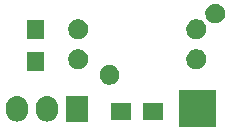
<source format=gts>
G04 #@! TF.FileFunction,Soldermask,Top*
%FSLAX46Y46*%
G04 Gerber Fmt 4.6, Leading zero omitted, Abs format (unit mm)*
G04 Created by KiCad (PCBNEW 4.0.2-stable) date Wednesday, January 18, 2017 'PMt' 01:33:48 PM*
%MOMM*%
G01*
G04 APERTURE LIST*
%ADD10C,0.100000*%
G04 APERTURE END LIST*
D10*
G36*
X162866200Y-116892200D02*
X159713800Y-116892200D01*
X159713800Y-113739800D01*
X162866200Y-113739800D01*
X162866200Y-116892200D01*
X162866200Y-116892200D01*
G37*
G36*
X146238926Y-114237705D02*
X146238973Y-114237710D01*
X146414187Y-114291948D01*
X146575529Y-114379185D01*
X146716855Y-114496100D01*
X146832779Y-114638238D01*
X146918888Y-114800185D01*
X146971902Y-114975774D01*
X146989800Y-115158315D01*
X146989800Y-115473717D01*
X146989723Y-115484749D01*
X146989722Y-115484754D01*
X146989708Y-115486807D01*
X146969263Y-115669080D01*
X146913803Y-115843912D01*
X146825442Y-116004641D01*
X146707544Y-116145146D01*
X146564600Y-116260076D01*
X146402055Y-116345052D01*
X146226101Y-116396839D01*
X146226060Y-116396843D01*
X146226056Y-116396844D01*
X146043442Y-116413463D01*
X145861074Y-116394295D01*
X145861027Y-116394290D01*
X145685813Y-116340052D01*
X145524471Y-116252815D01*
X145383145Y-116135900D01*
X145267221Y-115993762D01*
X145181112Y-115831815D01*
X145128098Y-115656226D01*
X145110200Y-115473685D01*
X145110200Y-115158283D01*
X145110277Y-115147251D01*
X145110278Y-115147246D01*
X145110292Y-115145193D01*
X145130737Y-114962920D01*
X145186197Y-114788088D01*
X145274558Y-114627359D01*
X145392456Y-114486854D01*
X145535400Y-114371924D01*
X145697945Y-114286948D01*
X145873899Y-114235161D01*
X145873940Y-114235157D01*
X145873944Y-114235156D01*
X146056558Y-114218537D01*
X146238926Y-114237705D01*
X146238926Y-114237705D01*
G37*
G36*
X148778926Y-114237705D02*
X148778973Y-114237710D01*
X148954187Y-114291948D01*
X149115529Y-114379185D01*
X149256855Y-114496100D01*
X149372779Y-114638238D01*
X149458888Y-114800185D01*
X149511902Y-114975774D01*
X149529800Y-115158315D01*
X149529800Y-115473717D01*
X149529723Y-115484749D01*
X149529722Y-115484754D01*
X149529708Y-115486807D01*
X149509263Y-115669080D01*
X149453803Y-115843912D01*
X149365442Y-116004641D01*
X149247544Y-116145146D01*
X149104600Y-116260076D01*
X148942055Y-116345052D01*
X148766101Y-116396839D01*
X148766060Y-116396843D01*
X148766056Y-116396844D01*
X148583442Y-116413463D01*
X148401074Y-116394295D01*
X148401027Y-116394290D01*
X148225813Y-116340052D01*
X148064471Y-116252815D01*
X147923145Y-116135900D01*
X147807221Y-115993762D01*
X147721112Y-115831815D01*
X147668098Y-115656226D01*
X147650200Y-115473685D01*
X147650200Y-115158283D01*
X147650277Y-115147251D01*
X147650278Y-115147246D01*
X147650292Y-115145193D01*
X147670737Y-114962920D01*
X147726197Y-114788088D01*
X147814558Y-114627359D01*
X147932456Y-114486854D01*
X148075400Y-114371924D01*
X148237945Y-114286948D01*
X148413899Y-114235161D01*
X148413940Y-114235157D01*
X148413944Y-114235156D01*
X148596558Y-114218537D01*
X148778926Y-114237705D01*
X148778926Y-114237705D01*
G37*
G36*
X152069800Y-116408200D02*
X150190200Y-116408200D01*
X150190200Y-114223800D01*
X152069800Y-114223800D01*
X152069800Y-116408200D01*
X152069800Y-116408200D01*
G37*
G36*
X158386200Y-116296200D02*
X156733800Y-116296200D01*
X156733800Y-114843800D01*
X158386200Y-114843800D01*
X158386200Y-116296200D01*
X158386200Y-116296200D01*
G37*
G36*
X155686200Y-116296200D02*
X154033800Y-116296200D01*
X154033800Y-114843800D01*
X155686200Y-114843800D01*
X155686200Y-116296200D01*
X155686200Y-116296200D01*
G37*
G36*
X153948043Y-111617357D02*
X154109058Y-111650409D01*
X154260601Y-111714111D01*
X154396873Y-111806029D01*
X154512706Y-111922672D01*
X154603668Y-112059582D01*
X154666310Y-112211563D01*
X154698168Y-112372456D01*
X154698168Y-112372466D01*
X154698236Y-112372810D01*
X154695615Y-112560563D01*
X154695537Y-112560906D01*
X154695537Y-112560909D01*
X154659197Y-112720861D01*
X154592340Y-112871025D01*
X154497584Y-113005347D01*
X154378545Y-113118708D01*
X154239753Y-113206788D01*
X154086499Y-113266231D01*
X153924619Y-113294775D01*
X153760273Y-113291332D01*
X153599728Y-113256035D01*
X153449094Y-113190224D01*
X153314118Y-113096413D01*
X153199930Y-112978168D01*
X153110883Y-112839994D01*
X153050369Y-112687153D01*
X153020697Y-112525481D01*
X153022991Y-112361116D01*
X153057169Y-112200326D01*
X153121923Y-112049240D01*
X153214794Y-111913607D01*
X153332237Y-111798598D01*
X153469786Y-111708588D01*
X153622197Y-111647010D01*
X153783662Y-111616209D01*
X153948043Y-111617357D01*
X153948043Y-111617357D01*
G37*
G36*
X148300200Y-112158200D02*
X146847800Y-112158200D01*
X146847800Y-110505800D01*
X148300200Y-110505800D01*
X148300200Y-112158200D01*
X148300200Y-112158200D01*
G37*
G36*
X161298043Y-110287357D02*
X161459058Y-110320409D01*
X161610601Y-110384111D01*
X161746873Y-110476029D01*
X161862706Y-110592672D01*
X161953668Y-110729582D01*
X162016310Y-110881563D01*
X162048168Y-111042456D01*
X162048168Y-111042466D01*
X162048236Y-111042810D01*
X162045615Y-111230563D01*
X162045537Y-111230906D01*
X162045537Y-111230909D01*
X162009197Y-111390861D01*
X161942340Y-111541025D01*
X161847584Y-111675347D01*
X161728545Y-111788708D01*
X161589753Y-111876788D01*
X161436499Y-111936231D01*
X161274619Y-111964775D01*
X161110273Y-111961332D01*
X160949728Y-111926035D01*
X160799094Y-111860224D01*
X160664118Y-111766413D01*
X160549930Y-111648168D01*
X160460883Y-111509994D01*
X160400369Y-111357153D01*
X160370697Y-111195481D01*
X160372991Y-111031116D01*
X160407169Y-110870326D01*
X160471923Y-110719240D01*
X160564794Y-110583607D01*
X160682237Y-110468598D01*
X160819786Y-110378588D01*
X160972197Y-110317010D01*
X161133662Y-110286209D01*
X161298043Y-110287357D01*
X161298043Y-110287357D01*
G37*
G36*
X151298043Y-110287357D02*
X151459058Y-110320409D01*
X151610601Y-110384111D01*
X151746873Y-110476029D01*
X151862706Y-110592672D01*
X151953668Y-110729582D01*
X152016310Y-110881563D01*
X152048168Y-111042456D01*
X152048168Y-111042466D01*
X152048236Y-111042810D01*
X152045615Y-111230563D01*
X152045537Y-111230906D01*
X152045537Y-111230909D01*
X152009197Y-111390861D01*
X151942340Y-111541025D01*
X151847584Y-111675347D01*
X151728545Y-111788708D01*
X151589753Y-111876788D01*
X151436499Y-111936231D01*
X151274619Y-111964775D01*
X151110273Y-111961332D01*
X150949728Y-111926035D01*
X150799094Y-111860224D01*
X150664118Y-111766413D01*
X150549930Y-111648168D01*
X150460883Y-111509994D01*
X150400369Y-111357153D01*
X150370697Y-111195481D01*
X150372991Y-111031116D01*
X150407169Y-110870326D01*
X150471923Y-110719240D01*
X150564794Y-110583607D01*
X150682237Y-110468598D01*
X150819786Y-110378588D01*
X150972197Y-110317010D01*
X151133662Y-110286209D01*
X151298043Y-110287357D01*
X151298043Y-110287357D01*
G37*
G36*
X148300200Y-109458200D02*
X146847800Y-109458200D01*
X146847800Y-107805800D01*
X148300200Y-107805800D01*
X148300200Y-109458200D01*
X148300200Y-109458200D01*
G37*
G36*
X161298043Y-107747357D02*
X161459058Y-107780409D01*
X161610601Y-107844111D01*
X161746873Y-107936029D01*
X161862706Y-108052672D01*
X161953668Y-108189582D01*
X162016310Y-108341563D01*
X162048168Y-108502456D01*
X162048168Y-108502466D01*
X162048236Y-108502810D01*
X162045615Y-108690563D01*
X162045537Y-108690906D01*
X162045537Y-108690909D01*
X162009197Y-108850861D01*
X161942340Y-109001025D01*
X161847584Y-109135347D01*
X161728545Y-109248708D01*
X161589753Y-109336788D01*
X161436499Y-109396231D01*
X161274619Y-109424775D01*
X161110273Y-109421332D01*
X160949728Y-109386035D01*
X160799094Y-109320224D01*
X160664118Y-109226413D01*
X160549930Y-109108168D01*
X160460883Y-108969994D01*
X160400369Y-108817153D01*
X160370697Y-108655481D01*
X160372991Y-108491116D01*
X160407169Y-108330326D01*
X160471923Y-108179240D01*
X160564794Y-108043607D01*
X160682237Y-107928598D01*
X160819786Y-107838588D01*
X160972197Y-107777010D01*
X161133662Y-107746209D01*
X161298043Y-107747357D01*
X161298043Y-107747357D01*
G37*
G36*
X151298043Y-107747357D02*
X151459058Y-107780409D01*
X151610601Y-107844111D01*
X151746873Y-107936029D01*
X151862706Y-108052672D01*
X151953668Y-108189582D01*
X152016310Y-108341563D01*
X152048168Y-108502456D01*
X152048168Y-108502466D01*
X152048236Y-108502810D01*
X152045615Y-108690563D01*
X152045537Y-108690906D01*
X152045537Y-108690909D01*
X152009197Y-108850861D01*
X151942340Y-109001025D01*
X151847584Y-109135347D01*
X151728545Y-109248708D01*
X151589753Y-109336788D01*
X151436499Y-109396231D01*
X151274619Y-109424775D01*
X151110273Y-109421332D01*
X150949728Y-109386035D01*
X150799094Y-109320224D01*
X150664118Y-109226413D01*
X150549930Y-109108168D01*
X150460883Y-108969994D01*
X150400369Y-108817153D01*
X150370697Y-108655481D01*
X150372991Y-108491116D01*
X150407169Y-108330326D01*
X150471923Y-108179240D01*
X150564794Y-108043607D01*
X150682237Y-107928598D01*
X150819786Y-107838588D01*
X150972197Y-107777010D01*
X151133662Y-107746209D01*
X151298043Y-107747357D01*
X151298043Y-107747357D01*
G37*
G36*
X162898043Y-106417357D02*
X163059058Y-106450409D01*
X163210601Y-106514111D01*
X163346873Y-106606029D01*
X163462706Y-106722672D01*
X163553668Y-106859582D01*
X163616310Y-107011563D01*
X163648168Y-107172456D01*
X163648168Y-107172466D01*
X163648236Y-107172810D01*
X163645615Y-107360563D01*
X163645537Y-107360906D01*
X163645537Y-107360909D01*
X163609197Y-107520861D01*
X163542340Y-107671025D01*
X163447584Y-107805347D01*
X163328545Y-107918708D01*
X163189753Y-108006788D01*
X163036499Y-108066231D01*
X162874619Y-108094775D01*
X162710273Y-108091332D01*
X162549728Y-108056035D01*
X162399094Y-107990224D01*
X162264118Y-107896413D01*
X162149930Y-107778168D01*
X162060883Y-107639994D01*
X162000369Y-107487153D01*
X161970697Y-107325481D01*
X161972991Y-107161116D01*
X162007169Y-107000326D01*
X162071923Y-106849240D01*
X162164794Y-106713607D01*
X162282237Y-106598598D01*
X162419786Y-106508588D01*
X162572197Y-106447010D01*
X162733662Y-106416209D01*
X162898043Y-106417357D01*
X162898043Y-106417357D01*
G37*
M02*

</source>
